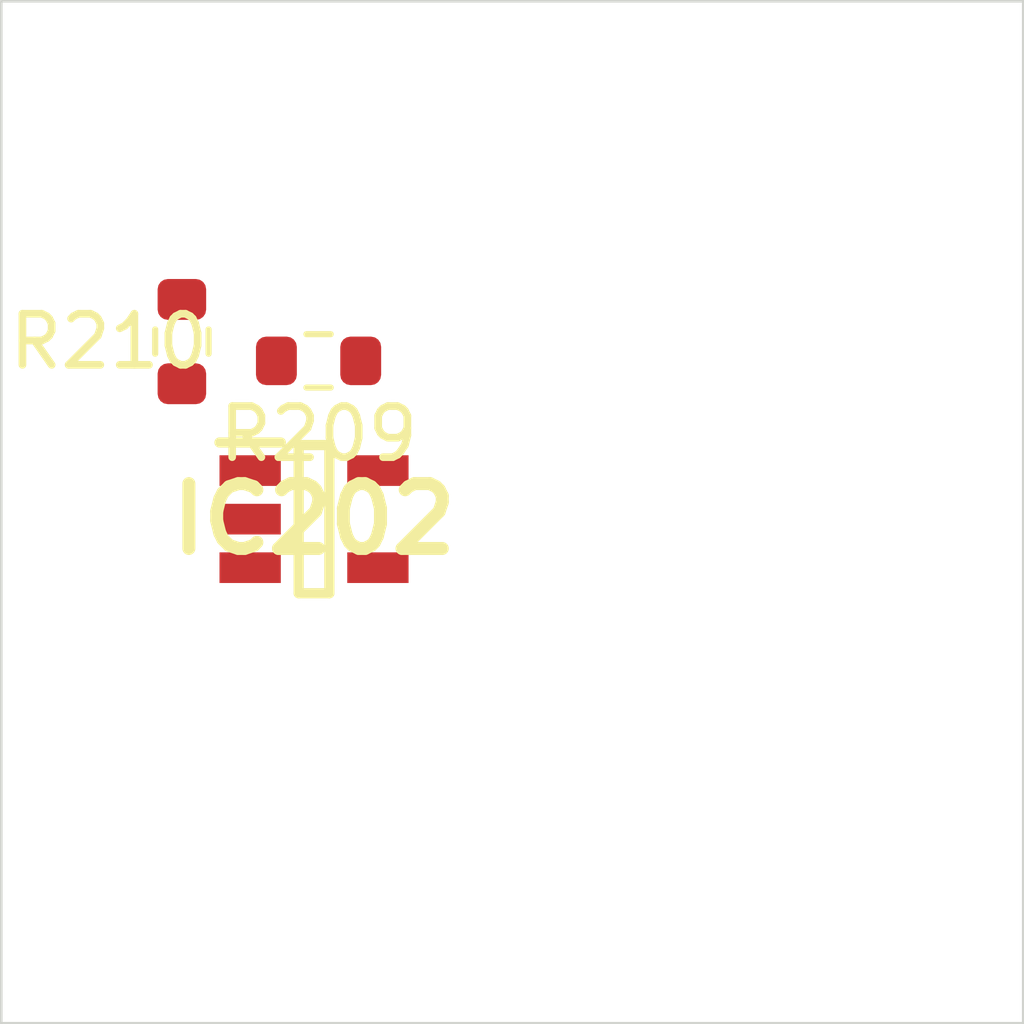
<source format=kicad_pcb>
 ( kicad_pcb  ( version 20171130 )
 ( host pcbnew 5.1.12-84ad8e8a86~92~ubuntu18.04.1 )
 ( general  ( thickness 1.6 )
 ( drawings 4 )
 ( tracks 0 )
 ( zones 0 )
 ( modules 3 )
 ( nets 5 )
)
 ( page A4 )
 ( layers  ( 0 F.Cu signal )
 ( 31 B.Cu signal )
 ( 32 B.Adhes user )
 ( 33 F.Adhes user )
 ( 34 B.Paste user )
 ( 35 F.Paste user )
 ( 36 B.SilkS user )
 ( 37 F.SilkS user )
 ( 38 B.Mask user )
 ( 39 F.Mask user )
 ( 40 Dwgs.User user )
 ( 41 Cmts.User user )
 ( 42 Eco1.User user )
 ( 43 Eco2.User user )
 ( 44 Edge.Cuts user )
 ( 45 Margin user )
 ( 46 B.CrtYd user )
 ( 47 F.CrtYd user )
 ( 48 B.Fab user )
 ( 49 F.Fab user )
)
 ( setup  ( last_trace_width 0.25 )
 ( trace_clearance 0.2 )
 ( zone_clearance 0.508 )
 ( zone_45_only no )
 ( trace_min 0.2 )
 ( via_size 0.8 )
 ( via_drill 0.4 )
 ( via_min_size 0.4 )
 ( via_min_drill 0.3 )
 ( uvia_size 0.3 )
 ( uvia_drill 0.1 )
 ( uvias_allowed no )
 ( uvia_min_size 0.2 )
 ( uvia_min_drill 0.1 )
 ( edge_width 0.05 )
 ( segment_width 0.2 )
 ( pcb_text_width 0.3 )
 ( pcb_text_size 1.5 1.5 )
 ( mod_edge_width 0.12 )
 ( mod_text_size 1 1 )
 ( mod_text_width 0.15 )
 ( pad_size 1.524 1.524 )
 ( pad_drill 0.762 )
 ( pad_to_mask_clearance 0 )
 ( aux_axis_origin 0 0 )
 ( visible_elements FFFFFF7F )
 ( pcbplotparams  ( layerselection 0x010fc_ffffffff )
 ( usegerberextensions false )
 ( usegerberattributes true )
 ( usegerberadvancedattributes true )
 ( creategerberjobfile true )
 ( excludeedgelayer true )
 ( linewidth 0.100000 )
 ( plotframeref false )
 ( viasonmask false )
 ( mode 1 )
 ( useauxorigin false )
 ( hpglpennumber 1 )
 ( hpglpenspeed 20 )
 ( hpglpendiameter 15.000000 )
 ( psnegative false )
 ( psa4output false )
 ( plotreference true )
 ( plotvalue true )
 ( plotinvisibletext false )
 ( padsonsilk false )
 ( subtractmaskfromsilk false )
 ( outputformat 1 )
 ( mirror false )
 ( drillshape 1 )
 ( scaleselection 1 )
 ( outputdirectory "" )
)
)
 ( net 0 "" )
 ( net 1 GND )
 ( net 2 VDDA )
 ( net 3 /Sheet6235D886/vp )
 ( net 4 "Net-(IC202-Pad3)" )
 ( net_class Default "This is the default net class."  ( clearance 0.2 )
 ( trace_width 0.25 )
 ( via_dia 0.8 )
 ( via_drill 0.4 )
 ( uvia_dia 0.3 )
 ( uvia_drill 0.1 )
 ( add_net /Sheet6235D886/vp )
 ( add_net GND )
 ( add_net "Net-(IC202-Pad3)" )
 ( add_net VDDA )
)
 ( module SOT95P280X145-5N locked  ( layer F.Cu )
 ( tedit 62336ED7 )
 ( tstamp 623423ED )
 ( at 86.120900 110.135000 )
 ( descr DBV0005A )
 ( tags "Integrated Circuit" )
 ( path /6235D887/6266C08E )
 ( attr smd )
 ( fp_text reference IC202  ( at 0 0 )
 ( layer F.SilkS )
 ( effects  ( font  ( size 1.27 1.27 )
 ( thickness 0.254 )
)
)
)
 ( fp_text value TL071HIDBVR  ( at 0 0 )
 ( layer F.SilkS )
hide  ( effects  ( font  ( size 1.27 1.27 )
 ( thickness 0.254 )
)
)
)
 ( fp_line  ( start -1.85 -1.5 )
 ( end -0.65 -1.5 )
 ( layer F.SilkS )
 ( width 0.2 )
)
 ( fp_line  ( start -0.3 1.45 )
 ( end -0.3 -1.45 )
 ( layer F.SilkS )
 ( width 0.2 )
)
 ( fp_line  ( start 0.3 1.45 )
 ( end -0.3 1.45 )
 ( layer F.SilkS )
 ( width 0.2 )
)
 ( fp_line  ( start 0.3 -1.45 )
 ( end 0.3 1.45 )
 ( layer F.SilkS )
 ( width 0.2 )
)
 ( fp_line  ( start -0.3 -1.45 )
 ( end 0.3 -1.45 )
 ( layer F.SilkS )
 ( width 0.2 )
)
 ( fp_line  ( start -0.8 -0.5 )
 ( end 0.15 -1.45 )
 ( layer Dwgs.User )
 ( width 0.1 )
)
 ( fp_line  ( start -0.8 1.45 )
 ( end -0.8 -1.45 )
 ( layer Dwgs.User )
 ( width 0.1 )
)
 ( fp_line  ( start 0.8 1.45 )
 ( end -0.8 1.45 )
 ( layer Dwgs.User )
 ( width 0.1 )
)
 ( fp_line  ( start 0.8 -1.45 )
 ( end 0.8 1.45 )
 ( layer Dwgs.User )
 ( width 0.1 )
)
 ( fp_line  ( start -0.8 -1.45 )
 ( end 0.8 -1.45 )
 ( layer Dwgs.User )
 ( width 0.1 )
)
 ( fp_line  ( start -2.1 1.775 )
 ( end -2.1 -1.775 )
 ( layer Dwgs.User )
 ( width 0.05 )
)
 ( fp_line  ( start 2.1 1.775 )
 ( end -2.1 1.775 )
 ( layer Dwgs.User )
 ( width 0.05 )
)
 ( fp_line  ( start 2.1 -1.775 )
 ( end 2.1 1.775 )
 ( layer Dwgs.User )
 ( width 0.05 )
)
 ( fp_line  ( start -2.1 -1.775 )
 ( end 2.1 -1.775 )
 ( layer Dwgs.User )
 ( width 0.05 )
)
 ( pad 1 smd rect  ( at -1.25 -0.95 90.000000 )
 ( size 0.6 1.2 )
 ( layers F.Cu F.Mask F.Paste )
 ( net 3 /Sheet6235D886/vp )
)
 ( pad 2 smd rect  ( at -1.25 0 90.000000 )
 ( size 0.6 1.2 )
 ( layers F.Cu F.Mask F.Paste )
 ( net 1 GND )
)
 ( pad 3 smd rect  ( at -1.25 0.95 90.000000 )
 ( size 0.6 1.2 )
 ( layers F.Cu F.Mask F.Paste )
 ( net 4 "Net-(IC202-Pad3)" )
)
 ( pad 4 smd rect  ( at 1.25 0.95 90.000000 )
 ( size 0.6 1.2 )
 ( layers F.Cu F.Mask F.Paste )
 ( net 3 /Sheet6235D886/vp )
)
 ( pad 5 smd rect  ( at 1.25 -0.95 90.000000 )
 ( size 0.6 1.2 )
 ( layers F.Cu F.Mask F.Paste )
 ( net 2 VDDA )
)
)
 ( module Resistor_SMD:R_0603_1608Metric  ( layer F.Cu )
 ( tedit 5F68FEEE )
 ( tstamp 62342595 )
 ( at 86.209512 107.037381 180.000000 )
 ( descr "Resistor SMD 0603 (1608 Metric), square (rectangular) end terminal, IPC_7351 nominal, (Body size source: IPC-SM-782 page 72, https://www.pcb-3d.com/wordpress/wp-content/uploads/ipc-sm-782a_amendment_1_and_2.pdf), generated with kicad-footprint-generator" )
 ( tags resistor )
 ( path /6235D887/623CDBD9 )
 ( attr smd )
 ( fp_text reference R209  ( at 0 -1.43 )
 ( layer F.SilkS )
 ( effects  ( font  ( size 1 1 )
 ( thickness 0.15 )
)
)
)
 ( fp_text value 100k  ( at 0 1.43 )
 ( layer F.Fab )
 ( effects  ( font  ( size 1 1 )
 ( thickness 0.15 )
)
)
)
 ( fp_line  ( start -0.8 0.4125 )
 ( end -0.8 -0.4125 )
 ( layer F.Fab )
 ( width 0.1 )
)
 ( fp_line  ( start -0.8 -0.4125 )
 ( end 0.8 -0.4125 )
 ( layer F.Fab )
 ( width 0.1 )
)
 ( fp_line  ( start 0.8 -0.4125 )
 ( end 0.8 0.4125 )
 ( layer F.Fab )
 ( width 0.1 )
)
 ( fp_line  ( start 0.8 0.4125 )
 ( end -0.8 0.4125 )
 ( layer F.Fab )
 ( width 0.1 )
)
 ( fp_line  ( start -0.237258 -0.5225 )
 ( end 0.237258 -0.5225 )
 ( layer F.SilkS )
 ( width 0.12 )
)
 ( fp_line  ( start -0.237258 0.5225 )
 ( end 0.237258 0.5225 )
 ( layer F.SilkS )
 ( width 0.12 )
)
 ( fp_line  ( start -1.48 0.73 )
 ( end -1.48 -0.73 )
 ( layer F.CrtYd )
 ( width 0.05 )
)
 ( fp_line  ( start -1.48 -0.73 )
 ( end 1.48 -0.73 )
 ( layer F.CrtYd )
 ( width 0.05 )
)
 ( fp_line  ( start 1.48 -0.73 )
 ( end 1.48 0.73 )
 ( layer F.CrtYd )
 ( width 0.05 )
)
 ( fp_line  ( start 1.48 0.73 )
 ( end -1.48 0.73 )
 ( layer F.CrtYd )
 ( width 0.05 )
)
 ( fp_text user %R  ( at 0 0 )
 ( layer F.Fab )
 ( effects  ( font  ( size 0.4 0.4 )
 ( thickness 0.06 )
)
)
)
 ( pad 1 smd roundrect  ( at -0.825 0 180.000000 )
 ( size 0.8 0.95 )
 ( layers F.Cu F.Mask F.Paste )
 ( roundrect_rratio 0.25 )
 ( net 2 VDDA )
)
 ( pad 2 smd roundrect  ( at 0.825 0 180.000000 )
 ( size 0.8 0.95 )
 ( layers F.Cu F.Mask F.Paste )
 ( roundrect_rratio 0.25 )
 ( net 4 "Net-(IC202-Pad3)" )
)
 ( model ${KISYS3DMOD}/Resistor_SMD.3dshapes/R_0603_1608Metric.wrl  ( at  ( xyz 0 0 0 )
)
 ( scale  ( xyz 1 1 1 )
)
 ( rotate  ( xyz 0 0 0 )
)
)
)
 ( module Resistor_SMD:R_0603_1608Metric  ( layer F.Cu )
 ( tedit 5F68FEEE )
 ( tstamp 623425A6 )
 ( at 83.534629 106.660107 90.000000 )
 ( descr "Resistor SMD 0603 (1608 Metric), square (rectangular) end terminal, IPC_7351 nominal, (Body size source: IPC-SM-782 page 72, https://www.pcb-3d.com/wordpress/wp-content/uploads/ipc-sm-782a_amendment_1_and_2.pdf), generated with kicad-footprint-generator" )
 ( tags resistor )
 ( path /6235D887/623CDBDF )
 ( attr smd )
 ( fp_text reference R210  ( at 0 -1.43 )
 ( layer F.SilkS )
 ( effects  ( font  ( size 1 1 )
 ( thickness 0.15 )
)
)
)
 ( fp_text value 100k  ( at 0 1.43 )
 ( layer F.Fab )
 ( effects  ( font  ( size 1 1 )
 ( thickness 0.15 )
)
)
)
 ( fp_line  ( start 1.48 0.73 )
 ( end -1.48 0.73 )
 ( layer F.CrtYd )
 ( width 0.05 )
)
 ( fp_line  ( start 1.48 -0.73 )
 ( end 1.48 0.73 )
 ( layer F.CrtYd )
 ( width 0.05 )
)
 ( fp_line  ( start -1.48 -0.73 )
 ( end 1.48 -0.73 )
 ( layer F.CrtYd )
 ( width 0.05 )
)
 ( fp_line  ( start -1.48 0.73 )
 ( end -1.48 -0.73 )
 ( layer F.CrtYd )
 ( width 0.05 )
)
 ( fp_line  ( start -0.237258 0.5225 )
 ( end 0.237258 0.5225 )
 ( layer F.SilkS )
 ( width 0.12 )
)
 ( fp_line  ( start -0.237258 -0.5225 )
 ( end 0.237258 -0.5225 )
 ( layer F.SilkS )
 ( width 0.12 )
)
 ( fp_line  ( start 0.8 0.4125 )
 ( end -0.8 0.4125 )
 ( layer F.Fab )
 ( width 0.1 )
)
 ( fp_line  ( start 0.8 -0.4125 )
 ( end 0.8 0.4125 )
 ( layer F.Fab )
 ( width 0.1 )
)
 ( fp_line  ( start -0.8 -0.4125 )
 ( end 0.8 -0.4125 )
 ( layer F.Fab )
 ( width 0.1 )
)
 ( fp_line  ( start -0.8 0.4125 )
 ( end -0.8 -0.4125 )
 ( layer F.Fab )
 ( width 0.1 )
)
 ( fp_text user %R  ( at 0 0 )
 ( layer F.Fab )
 ( effects  ( font  ( size 0.4 0.4 )
 ( thickness 0.06 )
)
)
)
 ( pad 2 smd roundrect  ( at 0.825 0 90.000000 )
 ( size 0.8 0.95 )
 ( layers F.Cu F.Mask F.Paste )
 ( roundrect_rratio 0.25 )
 ( net 1 GND )
)
 ( pad 1 smd roundrect  ( at -0.825 0 90.000000 )
 ( size 0.8 0.95 )
 ( layers F.Cu F.Mask F.Paste )
 ( roundrect_rratio 0.25 )
 ( net 4 "Net-(IC202-Pad3)" )
)
 ( model ${KISYS3DMOD}/Resistor_SMD.3dshapes/R_0603_1608Metric.wrl  ( at  ( xyz 0 0 0 )
)
 ( scale  ( xyz 1 1 1 )
)
 ( rotate  ( xyz 0 0 0 )
)
)
)
 ( gr_line  ( start 100 100 )
 ( end 100 120 )
 ( layer Edge.Cuts )
 ( width 0.05 )
 ( tstamp 62E770C4 )
)
 ( gr_line  ( start 80 120 )
 ( end 100 120 )
 ( layer Edge.Cuts )
 ( width 0.05 )
 ( tstamp 62E770C0 )
)
 ( gr_line  ( start 80 100 )
 ( end 100 100 )
 ( layer Edge.Cuts )
 ( width 0.05 )
 ( tstamp 6234110C )
)
 ( gr_line  ( start 80 100 )
 ( end 80 120 )
 ( layer Edge.Cuts )
 ( width 0.05 )
)
)

</source>
